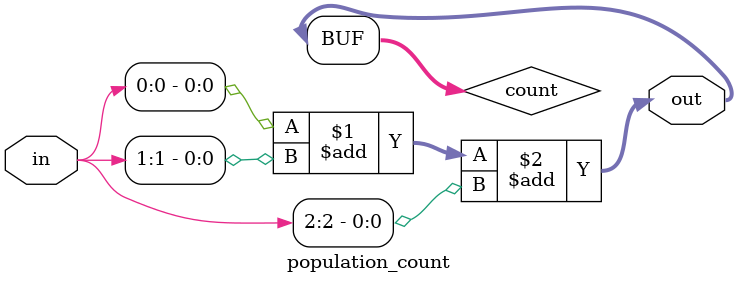
<source format=sv>
module top_module (
	input [2:0] in,
	output [1:0] out
);

	// Declare intermediate wires
	wire [1:0] count;

	// Instantiate the population count circuit
	population_count pop_count (
		.in(in),
		.out(count)
	);

	// Output the count
	assign out = count;

endmodule
module population_count (
	input [2:0] in,
	output [1:0] out
);
	// Declare intermediate wires
	wire [1:0] count;

	// Compute the count
	assign count = in[0] + in[1] + in[2];

	// Output the count
	assign out = count;

endmodule

</source>
